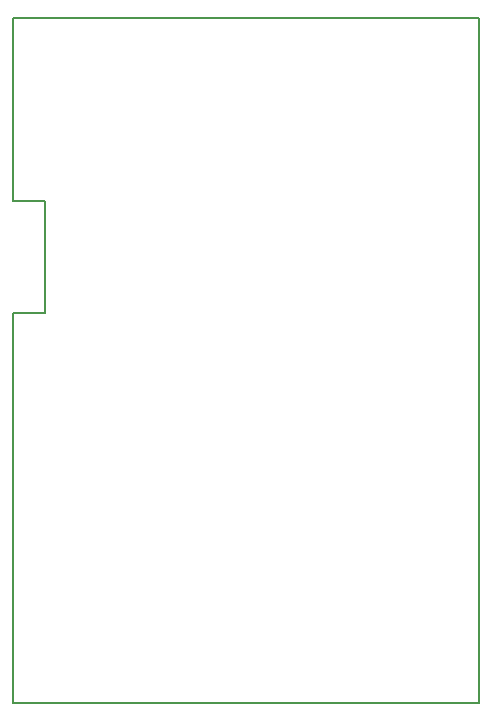
<source format=gm1>
G04 Layer_Color=16711935*
%FSLAX44Y44*%
%MOMM*%
G71*
G01*
G75*
%ADD25C,0.1500*%
D25*
X0Y580000D02*
X395000D01*
Y0D02*
Y580000D01*
X0Y0D02*
X395000D01*
X0D02*
Y330000D01*
X27500D01*
Y425000D01*
X0D02*
X27500D01*
X0D02*
Y580000D01*
X395000D01*
Y0D02*
Y580000D01*
X0Y0D02*
X395000D01*
X0D02*
Y330000D01*
X27500D01*
Y425000D01*
X0D02*
X27500D01*
X0D02*
Y580000D01*
M02*

</source>
